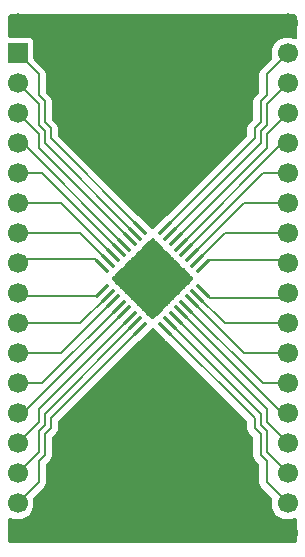
<source format=gtl>
G04 #@! TF.GenerationSoftware,KiCad,Pcbnew,9.0.6*
G04 #@! TF.CreationDate,2026-01-02T20:46:42-06:00*
G04 #@! TF.ProjectId,QFN-32_7x7_P0.65,51464e2d-3332-45f3-9778-375f50302e36,rev?*
G04 #@! TF.SameCoordinates,Original*
G04 #@! TF.FileFunction,Copper,L1,Top*
G04 #@! TF.FilePolarity,Positive*
%FSLAX46Y46*%
G04 Gerber Fmt 4.6, Leading zero omitted, Abs format (unit mm)*
G04 Created by KiCad (PCBNEW 9.0.6) date 2026-01-02 20:46:42*
%MOMM*%
%LPD*%
G01*
G04 APERTURE LIST*
G04 Aperture macros list*
%AMRoundRect*
0 Rectangle with rounded corners*
0 $1 Rounding radius*
0 $2 $3 $4 $5 $6 $7 $8 $9 X,Y pos of 4 corners*
0 Add a 4 corners polygon primitive as box body*
4,1,4,$2,$3,$4,$5,$6,$7,$8,$9,$2,$3,0*
0 Add four circle primitives for the rounded corners*
1,1,$1+$1,$2,$3*
1,1,$1+$1,$4,$5*
1,1,$1+$1,$6,$7*
1,1,$1+$1,$8,$9*
0 Add four rect primitives between the rounded corners*
20,1,$1+$1,$2,$3,$4,$5,0*
20,1,$1+$1,$4,$5,$6,$7,0*
20,1,$1+$1,$6,$7,$8,$9,0*
20,1,$1+$1,$8,$9,$2,$3,0*%
%AMRotRect*
0 Rectangle, with rotation*
0 The origin of the aperture is its center*
0 $1 length*
0 $2 width*
0 $3 Rotation angle, in degrees counterclockwise*
0 Add horizontal line*
21,1,$1,$2,0,0,$3*%
G04 Aperture macros list end*
G04 #@! TA.AperFunction,SMDPad,CuDef*
%ADD10RoundRect,0.075000X-0.530330X-0.424264X-0.424264X-0.530330X0.530330X0.424264X0.424264X0.530330X0*%
G04 #@! TD*
G04 #@! TA.AperFunction,SMDPad,CuDef*
%ADD11RoundRect,0.075000X-0.530330X0.424264X0.424264X-0.530330X0.530330X-0.424264X-0.424264X0.530330X0*%
G04 #@! TD*
G04 #@! TA.AperFunction,HeatsinkPad*
%ADD12C,0.500000*%
G04 #@! TD*
G04 #@! TA.AperFunction,HeatsinkPad*
%ADD13RotRect,3.750000X3.750000X315.000000*%
G04 #@! TD*
G04 #@! TA.AperFunction,ComponentPad*
%ADD14C,1.700000*%
G04 #@! TD*
G04 #@! TA.AperFunction,ComponentPad*
%ADD15R,1.700000X1.700000*%
G04 #@! TD*
G04 #@! TA.AperFunction,ViaPad*
%ADD16C,0.600000*%
G04 #@! TD*
G04 #@! TA.AperFunction,Conductor*
%ADD17C,0.200000*%
G04 #@! TD*
G04 APERTURE END LIST*
D10*
X134187359Y-121675305D03*
X135566218Y-123054163D03*
X136485456Y-123973402D03*
X135106598Y-122594544D03*
X134646978Y-122134925D03*
X136025837Y-123513782D03*
X137404695Y-124892641D03*
X136945075Y-124433022D03*
D11*
X137404695Y-116407359D03*
X136945075Y-116866978D03*
X136485456Y-117326598D03*
X136025837Y-117786218D03*
X135566218Y-118245837D03*
X135106598Y-118705456D03*
X134646978Y-119165075D03*
X134187359Y-119624695D03*
X139455305Y-124892641D03*
X139914925Y-124433022D03*
X140374544Y-123973402D03*
X140834163Y-123513782D03*
X141293782Y-123054163D03*
X141753402Y-122594544D03*
X142213022Y-122134925D03*
X142672641Y-121675305D03*
D10*
X142672641Y-119624695D03*
X142213022Y-119165075D03*
X141753402Y-118705456D03*
X141293782Y-118245837D03*
X140834163Y-117786218D03*
X140374544Y-117326598D03*
X139914925Y-116866978D03*
X139455305Y-116407359D03*
D12*
X138430000Y-118422614D03*
X137687538Y-119165076D03*
X136945076Y-119907538D03*
X136202614Y-120650000D03*
X139172462Y-119165076D03*
X138430000Y-119907538D03*
X137687538Y-120650000D03*
X136945076Y-121392462D03*
D13*
X138430000Y-120650000D03*
D12*
X139914924Y-119907538D03*
X139172462Y-120650000D03*
X138430000Y-121392462D03*
X137687538Y-122134924D03*
X140657386Y-120650000D03*
X139914924Y-121392462D03*
X139172462Y-122134924D03*
X138430000Y-122877386D03*
D14*
X127000000Y-99061642D03*
D15*
X127000000Y-101601642D03*
D14*
X127000000Y-104141642D03*
X127000000Y-106681642D03*
X127000000Y-109221642D03*
X127000000Y-111761642D03*
X127000000Y-114301642D03*
X127000000Y-116841642D03*
X127000000Y-119381642D03*
X127000000Y-121921642D03*
X127000000Y-124461642D03*
X127000000Y-127001642D03*
X127000000Y-129541642D03*
X127000000Y-132081642D03*
X127000000Y-134621642D03*
X127000000Y-137161642D03*
X127000000Y-139701642D03*
X127000000Y-142241642D03*
X149860000Y-99061642D03*
X149860000Y-101601642D03*
X149860000Y-104141642D03*
X149860000Y-106681642D03*
X149860000Y-109221642D03*
X149860000Y-111761642D03*
X149860000Y-114301642D03*
X149860000Y-116841642D03*
X149860000Y-119381642D03*
X149860000Y-121921642D03*
X149860000Y-124461642D03*
X149860000Y-127001642D03*
X149860000Y-129541642D03*
X149860000Y-132081642D03*
X149860000Y-134621642D03*
X149860000Y-137161642D03*
X149860000Y-139701642D03*
X149860000Y-142241642D03*
D16*
X138430000Y-105029000D03*
X138430000Y-139065000D03*
X138430000Y-114951000D03*
X138430000Y-126349000D03*
D17*
X128778000Y-132842000D02*
X127000000Y-134620000D01*
X136485456Y-123975044D02*
X128778000Y-131682500D01*
X128778000Y-131682500D02*
X128778000Y-132842000D01*
X127461261Y-132080000D02*
X127000000Y-132080000D01*
X136025837Y-123515425D02*
X127461261Y-132080000D01*
X148082000Y-137922000D02*
X149860000Y-139700001D01*
X147066000Y-132504978D02*
X147066000Y-133351642D01*
X139455305Y-124894283D02*
X147066000Y-132504978D01*
X147574000Y-135637642D02*
X148082000Y-136145642D01*
X147574000Y-133859642D02*
X147574000Y-135637642D01*
X147066000Y-133351642D02*
X147574000Y-133859642D01*
X148082000Y-136145642D02*
X148082000Y-137922000D01*
X142213022Y-122136567D02*
X144536455Y-124460000D01*
X143298336Y-122302642D02*
X149477358Y-122302642D01*
X149477358Y-122302642D02*
X149860000Y-121920000D01*
X146157216Y-127000000D02*
X149860000Y-126999999D01*
X141753402Y-122596186D02*
X146157216Y-127000000D01*
X144536455Y-124460000D02*
X149860000Y-124460000D01*
X142672641Y-121676947D02*
X143298336Y-122302642D01*
X148082001Y-135382000D02*
X149860000Y-137160000D01*
X133688664Y-122175642D02*
X127255642Y-122175642D01*
X129082023Y-129540000D02*
X127000000Y-129540000D01*
X135106598Y-122596186D02*
X130702784Y-127000000D01*
X132323545Y-124460000D02*
X127000000Y-124460000D01*
X134646978Y-122136567D02*
X132323545Y-124460000D01*
X135566218Y-123055805D02*
X129082023Y-129540000D01*
X130702784Y-127000000D02*
X127000000Y-126999999D01*
X134187359Y-121676947D02*
X133688664Y-122175642D01*
X127255642Y-122175642D02*
X127000000Y-121920000D01*
X148082000Y-131682500D02*
X148082000Y-132842000D01*
X141293782Y-123055805D02*
X147777977Y-129540000D01*
X140834163Y-123515425D02*
X149398739Y-132080000D01*
X140374544Y-123975044D02*
X148082000Y-131682500D01*
X148082000Y-133605642D02*
X148082001Y-135382000D01*
X147777977Y-129540000D02*
X149860000Y-129540000D01*
X147574000Y-132093739D02*
X147573999Y-133097642D01*
X149860000Y-134620000D02*
X148082000Y-132842000D01*
X147573999Y-133097642D02*
X148082000Y-133605642D01*
X139914925Y-124434664D02*
X147574000Y-132093739D01*
X149398739Y-132080000D02*
X149860000Y-132080000D01*
X128778000Y-137922000D02*
X127000000Y-139700001D01*
X128778000Y-136145642D02*
X128778000Y-137922000D01*
X136945075Y-124434664D02*
X129286000Y-132093739D01*
X129286000Y-135637642D02*
X128778000Y-136145642D01*
X129286000Y-133859642D02*
X129286000Y-135637642D01*
X128778000Y-133605642D02*
X128778000Y-135382000D01*
X129794000Y-133351642D02*
X129286000Y-133859642D01*
X129794000Y-132504978D02*
X129794000Y-133351642D01*
X137404695Y-124894283D02*
X129794000Y-132504978D01*
X129286000Y-132093739D02*
X129286001Y-133097642D01*
X128778000Y-135382000D02*
X127000000Y-137160000D01*
X129286001Y-133097642D02*
X128778000Y-133605642D01*
X148082000Y-103379642D02*
X149860000Y-101601642D01*
X148082000Y-105156000D02*
X148082000Y-103379642D01*
X147574000Y-105664000D02*
X148082000Y-105156000D01*
X147574000Y-107442000D02*
X147574000Y-105664000D01*
X147066000Y-107950000D02*
X147574000Y-107442000D01*
X147066000Y-108796664D02*
X147066000Y-107950000D01*
X139455305Y-116407359D02*
X147066000Y-108796664D01*
X148082000Y-105919642D02*
X149860000Y-104141642D01*
X147574000Y-108204000D02*
X148082000Y-107696000D01*
X147574000Y-109207903D02*
X147574000Y-108204000D01*
X148082000Y-107696000D02*
X148082000Y-105919642D01*
X139914925Y-116866978D02*
X147574000Y-109207903D01*
X148082000Y-108459642D02*
X149860000Y-106681642D01*
X148082000Y-109619142D02*
X148082000Y-108459642D01*
X140374544Y-117326598D02*
X148082000Y-109619142D01*
X149398739Y-109221642D02*
X149860000Y-109221642D01*
X140834163Y-117786218D02*
X149398739Y-109221642D01*
X147777977Y-111761642D02*
X149860000Y-111761642D01*
X141293782Y-118245837D02*
X147777977Y-111761642D01*
X141753402Y-118705456D02*
X146157216Y-114301642D01*
X146157216Y-114301642D02*
X149860000Y-114301642D01*
X144536455Y-116841642D02*
X149860000Y-116841642D01*
X142213022Y-119165075D02*
X144536455Y-116841642D01*
X143171336Y-119126000D02*
X149604358Y-119126000D01*
X149604358Y-119126000D02*
X149860000Y-119381642D01*
X142672641Y-119624695D02*
X143171336Y-119126000D01*
X128778000Y-103379642D02*
X127000000Y-101601642D01*
X128778000Y-105156000D02*
X128778000Y-103379642D01*
X129286000Y-105664000D02*
X128778000Y-105156000D01*
X129286000Y-107442000D02*
X129286000Y-105664000D01*
X129794000Y-107950000D02*
X129286000Y-107442000D01*
X129794000Y-108796664D02*
X129794000Y-107950000D01*
X137404695Y-116407359D02*
X129794000Y-108796664D01*
X128778000Y-105919642D02*
X127000000Y-104141642D01*
X128778000Y-107696000D02*
X128778000Y-105919642D01*
X129286000Y-109207903D02*
X129286000Y-108204000D01*
X129286000Y-108204000D02*
X128778000Y-107696000D01*
X136945075Y-116866978D02*
X129286000Y-109207903D01*
X127000000Y-106681642D02*
X128778000Y-108459642D01*
X128778000Y-109619142D02*
X128778000Y-108459642D01*
X136485456Y-117326598D02*
X128778000Y-109619142D01*
X127461261Y-109221642D02*
X127000000Y-109221642D01*
X136025837Y-117786218D02*
X127461261Y-109221642D01*
X129082023Y-111761642D02*
X127000000Y-111761642D01*
X135566218Y-118245837D02*
X129082023Y-111761642D01*
X130702784Y-114301642D02*
X127000000Y-114301642D01*
X135106598Y-118705456D02*
X130702784Y-114301642D01*
X132323545Y-116841642D02*
X127000000Y-116841642D01*
X134646978Y-119165075D02*
X132323545Y-116841642D01*
X133561664Y-118999000D02*
X127382642Y-118999000D01*
X134187359Y-119624695D02*
X133561664Y-118999000D01*
X127382642Y-118999000D02*
X127000000Y-119381642D01*
G04 #@! TA.AperFunction,Conductor*
G36*
X138473334Y-124846463D02*
G01*
X138517681Y-124874964D01*
X139499292Y-125856575D01*
X139499300Y-125856582D01*
X139589334Y-125925669D01*
X139589335Y-125925669D01*
X139589336Y-125925670D01*
X139619146Y-125938017D01*
X139648695Y-125950257D01*
X139688924Y-125977137D01*
X146429181Y-132717394D01*
X146462666Y-132778717D01*
X146465500Y-132805075D01*
X146465500Y-133264972D01*
X146465499Y-133264990D01*
X146465499Y-133430696D01*
X146465498Y-133430696D01*
X146465499Y-133430699D01*
X146506423Y-133583427D01*
X146506424Y-133583428D01*
X146511104Y-133591536D01*
X146511106Y-133591538D01*
X146585477Y-133720354D01*
X146585481Y-133720359D01*
X146704349Y-133839227D01*
X146704355Y-133839232D01*
X146937181Y-134072058D01*
X146970666Y-134133381D01*
X146973500Y-134159739D01*
X146973500Y-135550972D01*
X146973499Y-135550990D01*
X146973499Y-135716696D01*
X146973498Y-135716696D01*
X146989575Y-135776693D01*
X147014423Y-135869427D01*
X147016594Y-135873188D01*
X147016598Y-135873200D01*
X147016601Y-135873199D01*
X147093477Y-136006354D01*
X147093481Y-136006359D01*
X147212349Y-136125227D01*
X147212355Y-136125232D01*
X147445181Y-136358058D01*
X147478666Y-136419381D01*
X147481500Y-136445739D01*
X147481500Y-137835329D01*
X147481499Y-137835347D01*
X147481499Y-137842942D01*
X147481499Y-138001057D01*
X147499109Y-138066777D01*
X147514359Y-138123691D01*
X147522422Y-138153781D01*
X147522426Y-138153790D01*
X147601475Y-138290709D01*
X147601481Y-138290717D01*
X147720349Y-138409585D01*
X147720355Y-138409590D01*
X148526644Y-139215880D01*
X148560129Y-139277203D01*
X148556894Y-139341879D01*
X148542754Y-139385397D01*
X148509500Y-139595355D01*
X148509500Y-139807928D01*
X148542753Y-140017881D01*
X148608444Y-140220056D01*
X148704951Y-140409462D01*
X148829890Y-140581428D01*
X148980213Y-140731751D01*
X149152179Y-140856690D01*
X149152181Y-140856691D01*
X149152184Y-140856693D01*
X149341588Y-140953199D01*
X149543757Y-141018888D01*
X149753713Y-141052142D01*
X149753714Y-141052142D01*
X149966286Y-141052142D01*
X149966287Y-141052142D01*
X150176243Y-141018888D01*
X150378412Y-140953199D01*
X150449205Y-140917127D01*
X150517874Y-140904232D01*
X150582614Y-140930508D01*
X150622872Y-140987614D01*
X150629500Y-141027613D01*
X150629500Y-142885500D01*
X150609815Y-142952539D01*
X150557011Y-142998294D01*
X150505500Y-143009500D01*
X126354500Y-143009500D01*
X126287461Y-142989815D01*
X126241706Y-142937011D01*
X126230500Y-142885500D01*
X126230500Y-141027613D01*
X126250185Y-140960574D01*
X126302989Y-140914819D01*
X126372147Y-140904875D01*
X126410793Y-140917127D01*
X126481588Y-140953199D01*
X126683757Y-141018888D01*
X126893713Y-141052142D01*
X126893714Y-141052142D01*
X127106286Y-141052142D01*
X127106287Y-141052142D01*
X127316243Y-141018888D01*
X127518412Y-140953199D01*
X127707816Y-140856693D01*
X127729789Y-140840728D01*
X127879786Y-140731751D01*
X127879788Y-140731748D01*
X127879792Y-140731746D01*
X128030104Y-140581434D01*
X128030106Y-140581430D01*
X128030109Y-140581428D01*
X128155048Y-140409462D01*
X128155047Y-140409462D01*
X128155051Y-140409458D01*
X128251557Y-140220054D01*
X128317246Y-140017885D01*
X128350500Y-139807929D01*
X128350500Y-139595355D01*
X128317246Y-139385399D01*
X128303104Y-139341877D01*
X128301110Y-139272037D01*
X128333353Y-139215881D01*
X129136506Y-138412727D01*
X129136511Y-138412724D01*
X129146714Y-138402520D01*
X129146716Y-138402520D01*
X129258520Y-138290716D01*
X129337577Y-138153784D01*
X129378500Y-138001057D01*
X129378500Y-136445738D01*
X129398185Y-136378699D01*
X129414815Y-136358061D01*
X129644506Y-136128369D01*
X129644511Y-136128366D01*
X129654714Y-136118162D01*
X129654716Y-136118162D01*
X129766520Y-136006358D01*
X129845577Y-135869426D01*
X129886500Y-135716699D01*
X129886500Y-134159738D01*
X129906185Y-134092699D01*
X129922815Y-134072061D01*
X130152506Y-133842369D01*
X130152511Y-133842366D01*
X130162714Y-133832162D01*
X130162716Y-133832162D01*
X130274520Y-133720358D01*
X130353577Y-133583426D01*
X130391338Y-133442500D01*
X130394500Y-133430700D01*
X130394500Y-133272585D01*
X130394500Y-132805074D01*
X130414185Y-132738035D01*
X130430814Y-132717398D01*
X137171077Y-125977134D01*
X137211301Y-125950257D01*
X137270664Y-125925670D01*
X137360699Y-125856583D01*
X137360703Y-125856578D01*
X137360708Y-125856575D01*
X138342319Y-124874964D01*
X138403642Y-124841479D01*
X138473334Y-124846463D01*
G37*
G04 #@! TD.AperFunction*
G04 #@! TA.AperFunction,Conductor*
G36*
X138473334Y-117209709D02*
G01*
X138517681Y-117238210D01*
X138650764Y-117371293D01*
X138650772Y-117371300D01*
X138650773Y-117371301D01*
X138740808Y-117440388D01*
X138793120Y-117462056D01*
X138847522Y-117505894D01*
X138860228Y-117529164D01*
X138881894Y-117581473D01*
X138881896Y-117581476D01*
X138950983Y-117671510D01*
X138950991Y-117671519D01*
X139110384Y-117830912D01*
X139110392Y-117830919D01*
X139200426Y-117900006D01*
X139200427Y-117900006D01*
X139200428Y-117900007D01*
X139223485Y-117909557D01*
X139252737Y-117921674D01*
X139307141Y-117965514D01*
X139319846Y-117988782D01*
X139341515Y-118041095D01*
X139341515Y-118041096D01*
X139410602Y-118131130D01*
X139410610Y-118131139D01*
X139570003Y-118290532D01*
X139570011Y-118290539D01*
X139660045Y-118359626D01*
X139660046Y-118359626D01*
X139660047Y-118359627D01*
X139683104Y-118369177D01*
X139712356Y-118381294D01*
X139766760Y-118425134D01*
X139779465Y-118448402D01*
X139801134Y-118500715D01*
X139801134Y-118500716D01*
X139870221Y-118590750D01*
X139870229Y-118590759D01*
X140029622Y-118750152D01*
X140029630Y-118750159D01*
X140119664Y-118819246D01*
X140119665Y-118819246D01*
X140119666Y-118819247D01*
X140171831Y-118840854D01*
X140171975Y-118840914D01*
X140226379Y-118884754D01*
X140239084Y-118908022D01*
X140260751Y-118960331D01*
X140260753Y-118960335D01*
X140329840Y-119050369D01*
X140329848Y-119050378D01*
X140489241Y-119209771D01*
X140489249Y-119209778D01*
X140489250Y-119209779D01*
X140579285Y-119278866D01*
X140631597Y-119300534D01*
X140685999Y-119344372D01*
X140698705Y-119367642D01*
X140720371Y-119419951D01*
X140720373Y-119419954D01*
X140789460Y-119509988D01*
X140789468Y-119509997D01*
X140948861Y-119669390D01*
X140948869Y-119669397D01*
X140948870Y-119669398D01*
X141038905Y-119738485D01*
X141091217Y-119760153D01*
X141145619Y-119803991D01*
X141158325Y-119827261D01*
X141179991Y-119879570D01*
X141179993Y-119879573D01*
X141249080Y-119969607D01*
X141249088Y-119969616D01*
X141408481Y-120129009D01*
X141408489Y-120129016D01*
X141498523Y-120198103D01*
X141498524Y-120198103D01*
X141498525Y-120198104D01*
X141521582Y-120207654D01*
X141550834Y-120219771D01*
X141605238Y-120263611D01*
X141617943Y-120286879D01*
X141639612Y-120339192D01*
X141639612Y-120339193D01*
X141708699Y-120429227D01*
X141708707Y-120429236D01*
X141841790Y-120562319D01*
X141875275Y-120623642D01*
X141870291Y-120693334D01*
X141841790Y-120737681D01*
X141708699Y-120870772D01*
X141639612Y-120960806D01*
X141639610Y-120960810D01*
X141617943Y-121013120D01*
X141574102Y-121067524D01*
X141550836Y-121080228D01*
X141498523Y-121101897D01*
X141408489Y-121170983D01*
X141249080Y-121330392D01*
X141179994Y-121420426D01*
X141158325Y-121472739D01*
X141114483Y-121527142D01*
X141091217Y-121539846D01*
X141038907Y-121561513D01*
X141038903Y-121561515D01*
X140948869Y-121630602D01*
X140789460Y-121790011D01*
X140720374Y-121880045D01*
X140698705Y-121932358D01*
X140654863Y-121986761D01*
X140631597Y-121999465D01*
X140579287Y-122021132D01*
X140579283Y-122021134D01*
X140489249Y-122090221D01*
X140329840Y-122249630D01*
X140260754Y-122339663D01*
X140239083Y-122391979D01*
X140195240Y-122446381D01*
X140171979Y-122459083D01*
X140119663Y-122480754D01*
X140029630Y-122549840D01*
X139870221Y-122709249D01*
X139801134Y-122799283D01*
X139801132Y-122799287D01*
X139779465Y-122851597D01*
X139735624Y-122906001D01*
X139712358Y-122918705D01*
X139660045Y-122940374D01*
X139570011Y-123009460D01*
X139410602Y-123168869D01*
X139341515Y-123258903D01*
X139341513Y-123258907D01*
X139319846Y-123311217D01*
X139276005Y-123365621D01*
X139252739Y-123378325D01*
X139200426Y-123399994D01*
X139110392Y-123469080D01*
X138950983Y-123628489D01*
X138881897Y-123718523D01*
X138860228Y-123770836D01*
X138816386Y-123825239D01*
X138793120Y-123837943D01*
X138740810Y-123859610D01*
X138740806Y-123859612D01*
X138650772Y-123928699D01*
X138517681Y-124061790D01*
X138456358Y-124095275D01*
X138386666Y-124090291D01*
X138342319Y-124061790D01*
X138209236Y-123928707D01*
X138209227Y-123928699D01*
X138119192Y-123859612D01*
X138066879Y-123837943D01*
X138012475Y-123794102D01*
X137999771Y-123770834D01*
X137978104Y-123718526D01*
X137978103Y-123718523D01*
X137909016Y-123628489D01*
X137909009Y-123628481D01*
X137749616Y-123469088D01*
X137749607Y-123469080D01*
X137659573Y-123399993D01*
X137659570Y-123399991D01*
X137607261Y-123378325D01*
X137552857Y-123334484D01*
X137540155Y-123311222D01*
X137518485Y-123258905D01*
X137449398Y-123168870D01*
X137449397Y-123168869D01*
X137449390Y-123168861D01*
X137289997Y-123009468D01*
X137289988Y-123009460D01*
X137199954Y-122940373D01*
X137199951Y-122940371D01*
X137147642Y-122918705D01*
X137093238Y-122874864D01*
X137080536Y-122851602D01*
X137058866Y-122799285D01*
X136989779Y-122709250D01*
X136989778Y-122709249D01*
X136989771Y-122709241D01*
X136830378Y-122549848D01*
X136830369Y-122549840D01*
X136740335Y-122480753D01*
X136740331Y-122480751D01*
X136688022Y-122459084D01*
X136633618Y-122415243D01*
X136620914Y-122391975D01*
X136599247Y-122339667D01*
X136599246Y-122339664D01*
X136530159Y-122249630D01*
X136530152Y-122249622D01*
X136370759Y-122090229D01*
X136370750Y-122090221D01*
X136280715Y-122021134D01*
X136228402Y-121999465D01*
X136173998Y-121955624D01*
X136161294Y-121932356D01*
X136139627Y-121880048D01*
X136139626Y-121880045D01*
X136070539Y-121790011D01*
X136070532Y-121790003D01*
X135911139Y-121630610D01*
X135911130Y-121630602D01*
X135821095Y-121561515D01*
X135768782Y-121539846D01*
X135714378Y-121496005D01*
X135701674Y-121472737D01*
X135680007Y-121420429D01*
X135680006Y-121420426D01*
X135610919Y-121330392D01*
X135610912Y-121330384D01*
X135451519Y-121170991D01*
X135451510Y-121170983D01*
X135361476Y-121101896D01*
X135361473Y-121101894D01*
X135309164Y-121080228D01*
X135254760Y-121036387D01*
X135242058Y-121013125D01*
X135220388Y-120960808D01*
X135151301Y-120870773D01*
X135151300Y-120870772D01*
X135151293Y-120870764D01*
X135018210Y-120737681D01*
X134984725Y-120676358D01*
X134989709Y-120606666D01*
X135018210Y-120562319D01*
X135151293Y-120429236D01*
X135151296Y-120429231D01*
X135151301Y-120429227D01*
X135220388Y-120339192D01*
X135242056Y-120286878D01*
X135285895Y-120232476D01*
X135309160Y-120219772D01*
X135361475Y-120198104D01*
X135451510Y-120129017D01*
X135451514Y-120129012D01*
X135451519Y-120129009D01*
X135610912Y-119969616D01*
X135610915Y-119969611D01*
X135610920Y-119969607D01*
X135680007Y-119879572D01*
X135701673Y-119827261D01*
X135745512Y-119772859D01*
X135768778Y-119760154D01*
X135821095Y-119738485D01*
X135911130Y-119669398D01*
X135911134Y-119669393D01*
X135911139Y-119669390D01*
X136070532Y-119509997D01*
X136070535Y-119509992D01*
X136070540Y-119509988D01*
X136139627Y-119419953D01*
X136161293Y-119367642D01*
X136205132Y-119313240D01*
X136228398Y-119300535D01*
X136280715Y-119278866D01*
X136370750Y-119209779D01*
X136370754Y-119209774D01*
X136370759Y-119209771D01*
X136530152Y-119050378D01*
X136530155Y-119050373D01*
X136530160Y-119050369D01*
X136599247Y-118960334D01*
X136620915Y-118908020D01*
X136664753Y-118853620D01*
X136688014Y-118840917D01*
X136740334Y-118819247D01*
X136830369Y-118750160D01*
X136830373Y-118750155D01*
X136830378Y-118750152D01*
X136989771Y-118590759D01*
X136989774Y-118590754D01*
X136989779Y-118590750D01*
X137058866Y-118500715D01*
X137080534Y-118448401D01*
X137124373Y-118393999D01*
X137147638Y-118381295D01*
X137199953Y-118359627D01*
X137289988Y-118290540D01*
X137289992Y-118290535D01*
X137289997Y-118290532D01*
X137449390Y-118131139D01*
X137449393Y-118131134D01*
X137449398Y-118131130D01*
X137518485Y-118041095D01*
X137540153Y-117988781D01*
X137583992Y-117934379D01*
X137607257Y-117921675D01*
X137659572Y-117900007D01*
X137749607Y-117830920D01*
X137749611Y-117830915D01*
X137749616Y-117830912D01*
X137909009Y-117671519D01*
X137909012Y-117671514D01*
X137909017Y-117671510D01*
X137978104Y-117581475D01*
X137999770Y-117529164D01*
X138043609Y-117474762D01*
X138066875Y-117462057D01*
X138119192Y-117440388D01*
X138209227Y-117371301D01*
X138209231Y-117371296D01*
X138209236Y-117371293D01*
X138342319Y-117238210D01*
X138403642Y-117204725D01*
X138473334Y-117209709D01*
G37*
G04 #@! TD.AperFunction*
G04 #@! TA.AperFunction,Conductor*
G36*
X150572539Y-98310185D02*
G01*
X150618294Y-98362989D01*
X150629500Y-98414500D01*
X150629500Y-100275670D01*
X150609815Y-100342709D01*
X150557011Y-100388464D01*
X150487853Y-100398408D01*
X150449206Y-100386155D01*
X150378417Y-100350087D01*
X150378414Y-100350086D01*
X150378412Y-100350085D01*
X150176243Y-100284396D01*
X150176241Y-100284395D01*
X150176240Y-100284395D01*
X150014957Y-100258850D01*
X149966287Y-100251142D01*
X149753713Y-100251142D01*
X149705042Y-100258850D01*
X149543760Y-100284395D01*
X149341585Y-100350086D01*
X149152179Y-100446593D01*
X148980213Y-100571532D01*
X148829890Y-100721855D01*
X148704951Y-100893821D01*
X148608444Y-101083227D01*
X148542753Y-101285402D01*
X148509500Y-101495355D01*
X148509500Y-101707928D01*
X148542754Y-101917886D01*
X148542754Y-101917889D01*
X148556491Y-101960165D01*
X148558486Y-102030006D01*
X148526241Y-102086164D01*
X147713286Y-102899120D01*
X147601481Y-103010924D01*
X147601479Y-103010927D01*
X147551361Y-103097736D01*
X147551359Y-103097738D01*
X147522425Y-103147851D01*
X147522424Y-103147852D01*
X147506544Y-103207114D01*
X147481499Y-103300585D01*
X147481499Y-103300586D01*
X147481499Y-103300587D01*
X147481499Y-103468688D01*
X147481500Y-103468701D01*
X147481500Y-104855902D01*
X147461815Y-104922941D01*
X147445181Y-104943583D01*
X147093481Y-105295282D01*
X147093477Y-105295287D01*
X147079707Y-105319140D01*
X147079706Y-105319142D01*
X147014423Y-105432215D01*
X146973499Y-105584943D01*
X146973499Y-105584945D01*
X146973499Y-105753046D01*
X146973500Y-105753059D01*
X146973500Y-107141902D01*
X146953815Y-107208941D01*
X146937181Y-107229583D01*
X146585481Y-107581282D01*
X146585479Y-107581285D01*
X146567253Y-107612853D01*
X146549027Y-107644423D01*
X146506423Y-107718215D01*
X146465499Y-107870943D01*
X146465499Y-107870945D01*
X146465499Y-108039046D01*
X146465500Y-108039059D01*
X146465500Y-108496566D01*
X146445815Y-108563605D01*
X146429181Y-108584247D01*
X139691726Y-115321701D01*
X139651498Y-115348581D01*
X139589338Y-115374328D01*
X139589334Y-115374330D01*
X139499300Y-115443417D01*
X138517681Y-116425036D01*
X138456358Y-116458521D01*
X138386666Y-116453537D01*
X138342319Y-116425036D01*
X137360708Y-115443425D01*
X137360699Y-115443417D01*
X137270664Y-115374330D01*
X137208500Y-115348581D01*
X137168272Y-115321701D01*
X130430819Y-108584248D01*
X130397334Y-108522925D01*
X130394500Y-108496567D01*
X130394500Y-107870945D01*
X130394500Y-107870943D01*
X130353577Y-107718216D01*
X130310973Y-107644423D01*
X130274524Y-107581290D01*
X130274521Y-107581286D01*
X130274520Y-107581284D01*
X130162716Y-107469480D01*
X130162715Y-107469479D01*
X130158385Y-107465149D01*
X130158374Y-107465139D01*
X129922819Y-107229584D01*
X129889334Y-107168261D01*
X129886500Y-107141903D01*
X129886500Y-105584945D01*
X129886500Y-105584943D01*
X129845577Y-105432216D01*
X129780295Y-105319143D01*
X129766524Y-105295290D01*
X129766521Y-105295286D01*
X129766520Y-105295284D01*
X129654716Y-105183480D01*
X129654715Y-105183479D01*
X129650385Y-105179149D01*
X129650374Y-105179139D01*
X129414819Y-104943584D01*
X129381334Y-104882261D01*
X129378500Y-104855903D01*
X129378500Y-103468702D01*
X129378501Y-103468689D01*
X129378501Y-103300586D01*
X129337576Y-103147856D01*
X129337573Y-103147851D01*
X129258524Y-103010932D01*
X129258521Y-103010928D01*
X129258520Y-103010926D01*
X128959471Y-102711877D01*
X128386818Y-102139224D01*
X128353333Y-102077901D01*
X128350499Y-102051543D01*
X128350499Y-100703771D01*
X128350498Y-100703765D01*
X128344091Y-100644158D01*
X128293797Y-100509313D01*
X128293793Y-100509306D01*
X128207547Y-100394097D01*
X128207544Y-100394094D01*
X128092335Y-100307848D01*
X128092328Y-100307844D01*
X127957482Y-100257550D01*
X127957483Y-100257550D01*
X127897883Y-100251143D01*
X127897881Y-100251142D01*
X127897873Y-100251142D01*
X127897865Y-100251142D01*
X126354500Y-100251142D01*
X126287461Y-100231457D01*
X126241706Y-100178653D01*
X126230500Y-100127142D01*
X126230500Y-98414500D01*
X126250185Y-98347461D01*
X126302989Y-98301706D01*
X126354500Y-98290500D01*
X150505500Y-98290500D01*
X150572539Y-98310185D01*
G37*
G04 #@! TD.AperFunction*
M02*

</source>
